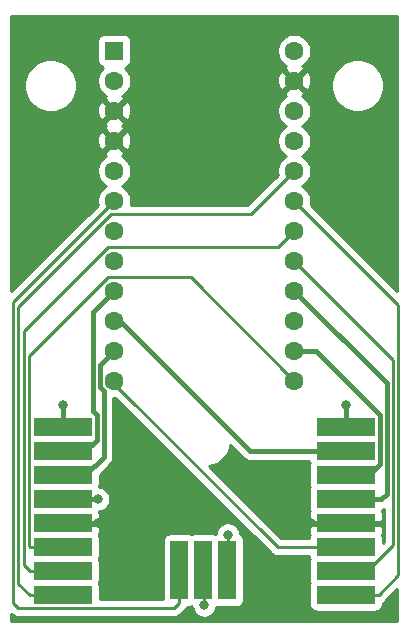
<source format=gbr>
%TF.GenerationSoftware,KiCad,Pcbnew,(5.1.10)-1*%
%TF.CreationDate,2022-02-27T18:22:25-05:00*%
%TF.ProjectId,chunair_core,6368756e-6169-4725-9f63-6f72652e6b69,rev?*%
%TF.SameCoordinates,Original*%
%TF.FileFunction,Copper,L1,Top*%
%TF.FilePolarity,Positive*%
%FSLAX46Y46*%
G04 Gerber Fmt 4.6, Leading zero omitted, Abs format (unit mm)*
G04 Created by KiCad (PCBNEW (5.1.10)-1) date 2022-02-27 18:22:25*
%MOMM*%
%LPD*%
G01*
G04 APERTURE LIST*
%TA.AperFunction,ComponentPad*%
%ADD10C,1.600000*%
%TD*%
%TA.AperFunction,ComponentPad*%
%ADD11R,1.600000X1.600000*%
%TD*%
%TA.AperFunction,SMDPad,CuDef*%
%ADD12R,1.500000X5.000000*%
%TD*%
%TA.AperFunction,SMDPad,CuDef*%
%ADD13R,5.000000X1.500000*%
%TD*%
%TA.AperFunction,ViaPad*%
%ADD14C,0.800000*%
%TD*%
%TA.AperFunction,Conductor*%
%ADD15C,0.254000*%
%TD*%
%TA.AperFunction,Conductor*%
%ADD16C,0.381000*%
%TD*%
%TA.AperFunction,Conductor*%
%ADD17C,0.100000*%
%TD*%
G04 APERTURE END LIST*
D10*
%TO.P,U1,24*%
%TO.N,N/C*%
X157620000Y-51030000D03*
%TO.P,U1,23*%
%TO.N,GND*%
X157620000Y-53570000D03*
%TO.P,U1,22*%
%TO.N,N/C*%
X157620000Y-56110000D03*
%TO.P,U1,21*%
%TO.N,+5V*%
X157620000Y-58650000D03*
%TO.P,U1,20*%
%TO.N,/A3*%
X157620000Y-61190000D03*
%TO.P,U1,19*%
%TO.N,/A2*%
X157620000Y-63730000D03*
%TO.P,U1,18*%
%TO.N,/A1*%
X157620000Y-66270000D03*
%TO.P,U1,17*%
%TO.N,/A0*%
X157620000Y-68810000D03*
%TO.P,U1,16*%
%TO.N,/15*%
X157620000Y-71350000D03*
%TO.P,U1,15*%
%TO.N,/14*%
X157620000Y-73890000D03*
%TO.P,U1,14*%
%TO.N,/16*%
X157620000Y-76430000D03*
%TO.P,U1,13*%
%TO.N,/A10*%
X157620000Y-78970000D03*
%TO.P,U1,12*%
%TO.N,/A9*%
X142380000Y-78970000D03*
%TO.P,U1,11*%
%TO.N,/8*%
X142380000Y-76430000D03*
%TO.P,U1,10*%
%TO.N,/7*%
X142380000Y-73890000D03*
%TO.P,U1,9*%
%TO.N,/6*%
X142380000Y-71350000D03*
%TO.P,U1,8*%
%TO.N,/coin*%
X142380000Y-68810000D03*
%TO.P,U1,7*%
%TO.N,/RGB_R*%
X142380000Y-66270000D03*
%TO.P,U1,6*%
%TO.N,/RGB_L*%
X142380000Y-63730000D03*
%TO.P,U1,5*%
%TO.N,N/C*%
X142380000Y-61190000D03*
%TO.P,U1,4*%
%TO.N,GND*%
X142380000Y-58650000D03*
%TO.P,U1,3*%
X142380000Y-56110000D03*
%TO.P,U1,2*%
%TO.N,N/C*%
X142380000Y-53570000D03*
D11*
%TO.P,U1,1*%
X142380000Y-51030000D03*
%TD*%
D12*
%TO.P,J3,2*%
%TO.N,/RGB_R*%
X149936000Y-95000000D03*
%TO.P,J3,3*%
%TO.N,/coin*%
X151968000Y-95000000D03*
%TO.P,J3,1*%
%TO.N,/RGB_L*%
X147904000Y-95000000D03*
%TD*%
D13*
%TO.P,J2,8*%
%TO.N,/A2*%
X162000000Y-97128000D03*
%TO.P,J2,7*%
%TO.N,/A0*%
X162000000Y-95096000D03*
%TO.P,J2,4*%
%TO.N,/15*%
X162000000Y-89000000D03*
%TO.P,J2,5*%
%TO.N,GND*%
X162000000Y-91032000D03*
%TO.P,J2,6*%
%TO.N,/A9*%
X162000000Y-93064000D03*
%TO.P,J2,2*%
%TO.N,/7*%
X162000000Y-84936000D03*
%TO.P,J2,3*%
%TO.N,/16*%
X162000000Y-86968000D03*
%TO.P,J2,1*%
%TO.N,+5V*%
X162000000Y-82904000D03*
%TD*%
%TO.P,J1,8*%
%TO.N,/A3*%
X138000000Y-97128000D03*
%TO.P,J1,7*%
%TO.N,/A1*%
X138000000Y-95096000D03*
%TO.P,J1,4*%
%TO.N,/14*%
X138000000Y-89000000D03*
%TO.P,J1,5*%
%TO.N,GND*%
X138000000Y-91032000D03*
%TO.P,J1,6*%
%TO.N,/A10*%
X138000000Y-93064000D03*
%TO.P,J1,2*%
%TO.N,/6*%
X138000000Y-84936000D03*
%TO.P,J1,3*%
%TO.N,/8*%
X138000000Y-86968000D03*
%TO.P,J1,1*%
%TO.N,+5V*%
X138000000Y-82904000D03*
%TD*%
D14*
%TO.N,/14*%
X141000000Y-89000000D03*
%TO.N,GND*%
X141000000Y-91000000D03*
X159000000Y-91000000D03*
%TO.N,+5V*%
X138000000Y-81000000D03*
X162000000Y-81000000D03*
%TO.N,/RGB_R*%
X150000000Y-98000000D03*
%TO.N,/coin*%
X152000000Y-92000000D03*
%TD*%
D15*
%TO.N,/A3*%
X153952999Y-64857001D02*
X157620000Y-61190000D01*
X142142999Y-64857001D02*
X153952999Y-64857001D01*
X134264979Y-72735021D02*
X142142999Y-64857001D01*
X134264979Y-96146979D02*
X134264979Y-72735021D01*
X135246000Y-97128000D02*
X134264979Y-96146979D01*
X138000000Y-97128000D02*
X135246000Y-97128000D01*
%TO.N,/A1*%
X156207001Y-67682999D02*
X157620000Y-66270000D01*
X141839039Y-67682999D02*
X156207001Y-67682999D01*
X134718989Y-74803049D02*
X141839039Y-67682999D01*
X134718989Y-94568989D02*
X134718989Y-74803049D01*
X135246000Y-95096000D02*
X134718989Y-94568989D01*
X138000000Y-95096000D02*
X135246000Y-95096000D01*
D16*
%TO.N,/14*%
X141000000Y-89000000D02*
X138000000Y-89000000D01*
%TO.N,GND*%
X140968000Y-91032000D02*
X141000000Y-91000000D01*
X138000000Y-91032000D02*
X140968000Y-91032000D01*
X161968000Y-91000000D02*
X162000000Y-91032000D01*
X159000000Y-91000000D02*
X161968000Y-91000000D01*
D15*
%TO.N,/A10*%
X148872999Y-70222999D02*
X157620000Y-78970000D01*
X135172999Y-76889039D02*
X141839039Y-70222999D01*
X141839039Y-70222999D02*
X148872999Y-70222999D01*
X135172999Y-92990999D02*
X135172999Y-76889039D01*
X135246000Y-93064000D02*
X135172999Y-92990999D01*
X138000000Y-93064000D02*
X135246000Y-93064000D01*
D16*
%TO.N,/6*%
X140608490Y-73121510D02*
X142380000Y-71350000D01*
X140608490Y-81559588D02*
X140608490Y-73121510D01*
X140890501Y-81841599D02*
X140608490Y-81559588D01*
X140890501Y-83966401D02*
X140890501Y-81841599D01*
X139920902Y-84936000D02*
X140890501Y-83966401D01*
X138000000Y-84936000D02*
X139920902Y-84936000D01*
%TO.N,/8*%
X141189499Y-77620501D02*
X142380000Y-76430000D01*
X141189499Y-79541441D02*
X141189499Y-77620501D01*
X141471511Y-79823453D02*
X141189499Y-79541441D01*
X141471511Y-85417391D02*
X141471511Y-79823453D01*
X139920902Y-86968000D02*
X141471511Y-85417391D01*
X138000000Y-86968000D02*
X139920902Y-86968000D01*
%TO.N,+5V*%
X138000000Y-82904000D02*
X138000000Y-81000000D01*
X162000000Y-81000000D02*
X162000000Y-82904000D01*
D15*
%TO.N,/A2*%
X166443030Y-72553030D02*
X157620000Y-63730000D01*
X166443030Y-95438970D02*
X166443030Y-72553030D01*
X164754000Y-97128000D02*
X166443030Y-95438970D01*
X162000000Y-97128000D02*
X164754000Y-97128000D01*
%TO.N,/A0*%
X165989020Y-77179020D02*
X157620000Y-68810000D01*
X165989020Y-92913582D02*
X165989020Y-77179020D01*
X163806602Y-95096000D02*
X165989020Y-92913582D01*
X162000000Y-95096000D02*
X163806602Y-95096000D01*
D16*
%TO.N,/15*%
X165471510Y-79201510D02*
X157620000Y-71350000D01*
X165471510Y-88528490D02*
X165471510Y-79201510D01*
X165000000Y-89000000D02*
X165471510Y-88528490D01*
X162000000Y-89000000D02*
X165000000Y-89000000D01*
D15*
%TO.N,/A9*%
X142380000Y-79231962D02*
X142380000Y-78970000D01*
X156212038Y-93064000D02*
X142380000Y-79231962D01*
X162000000Y-93064000D02*
X156212038Y-93064000D01*
D16*
%TO.N,/7*%
X142835942Y-73890000D02*
X142380000Y-73890000D01*
X153881942Y-84936000D02*
X142835942Y-73890000D01*
X162000000Y-84936000D02*
X153881942Y-84936000D01*
%TO.N,/16*%
X159478902Y-76430000D02*
X157620000Y-76430000D01*
X164890501Y-81841599D02*
X159478902Y-76430000D01*
X164890501Y-85998401D02*
X164890501Y-81841599D01*
X163920902Y-86968000D02*
X164890501Y-85998401D01*
X162000000Y-86968000D02*
X163920902Y-86968000D01*
D15*
%TO.N,/RGB_R*%
X150000000Y-95064000D02*
X149936000Y-95000000D01*
X150000000Y-98000000D02*
X150000000Y-95064000D01*
%TO.N,/coin*%
X152000000Y-94968000D02*
X151968000Y-95000000D01*
X152000000Y-92000000D02*
X152000000Y-94968000D01*
%TO.N,/RGB_L*%
X133810969Y-72299031D02*
X142380000Y-63730000D01*
X133810969Y-97810969D02*
X133810969Y-72299031D01*
X134205001Y-98205001D02*
X133810969Y-97810969D01*
X147452999Y-98205001D02*
X134205001Y-98205001D01*
X147904000Y-97754000D02*
X147452999Y-98205001D01*
X147904000Y-95000000D02*
X147904000Y-97754000D01*
%TD*%
%TO.N,GND*%
X155646759Y-93576352D02*
X155670616Y-93605422D01*
X155699686Y-93629279D01*
X155786645Y-93700645D01*
X155823208Y-93720188D01*
X155919023Y-93771402D01*
X156062660Y-93814974D01*
X156174612Y-93826000D01*
X156174615Y-93826000D01*
X156212038Y-93829686D01*
X156249461Y-93826000D01*
X158863110Y-93826000D01*
X158874188Y-93938482D01*
X158910498Y-94058180D01*
X158922161Y-94080000D01*
X158910498Y-94101820D01*
X158874188Y-94221518D01*
X158861928Y-94346000D01*
X158861928Y-95846000D01*
X158874188Y-95970482D01*
X158910498Y-96090180D01*
X158922161Y-96112000D01*
X158910498Y-96133820D01*
X158874188Y-96253518D01*
X158861928Y-96378000D01*
X158861928Y-97878000D01*
X158874188Y-98002482D01*
X158910498Y-98122180D01*
X158969463Y-98232494D01*
X159048815Y-98329185D01*
X159145506Y-98408537D01*
X159255820Y-98467502D01*
X159375518Y-98503812D01*
X159500000Y-98516072D01*
X164500000Y-98516072D01*
X164624482Y-98503812D01*
X164744180Y-98467502D01*
X164854494Y-98408537D01*
X164951185Y-98329185D01*
X165030537Y-98232494D01*
X165089502Y-98122180D01*
X165125812Y-98002482D01*
X165138072Y-97878000D01*
X165138072Y-97786731D01*
X165179392Y-97764645D01*
X165295422Y-97669422D01*
X165319284Y-97640346D01*
X166340000Y-96619631D01*
X166340000Y-99340000D01*
X133660000Y-99340000D01*
X133660000Y-98742062D01*
X133663579Y-98746423D01*
X133779609Y-98841646D01*
X133911986Y-98912403D01*
X134055623Y-98955975D01*
X134167575Y-98967001D01*
X134167577Y-98967001D01*
X134205000Y-98970687D01*
X134242423Y-98967001D01*
X147415576Y-98967001D01*
X147452999Y-98970687D01*
X147490422Y-98967001D01*
X147490425Y-98967001D01*
X147602377Y-98955975D01*
X147746014Y-98912403D01*
X147878391Y-98841646D01*
X147994421Y-98746423D01*
X148018283Y-98717347D01*
X148416341Y-98319288D01*
X148445422Y-98295422D01*
X148519629Y-98205000D01*
X148540645Y-98179393D01*
X148562731Y-98138072D01*
X148654000Y-98138072D01*
X148778482Y-98125812D01*
X148898180Y-98089502D01*
X148920000Y-98077839D01*
X148941820Y-98089502D01*
X148965000Y-98096534D01*
X148965000Y-98101939D01*
X149004774Y-98301898D01*
X149082795Y-98490256D01*
X149196063Y-98659774D01*
X149340226Y-98803937D01*
X149509744Y-98917205D01*
X149698102Y-98995226D01*
X149898061Y-99035000D01*
X150101939Y-99035000D01*
X150301898Y-98995226D01*
X150490256Y-98917205D01*
X150659774Y-98803937D01*
X150803937Y-98659774D01*
X150917205Y-98490256D01*
X150995226Y-98301898D01*
X151033852Y-98107712D01*
X151093518Y-98125812D01*
X151218000Y-98138072D01*
X152718000Y-98138072D01*
X152842482Y-98125812D01*
X152962180Y-98089502D01*
X153072494Y-98030537D01*
X153169185Y-97951185D01*
X153248537Y-97854494D01*
X153307502Y-97744180D01*
X153343812Y-97624482D01*
X153356072Y-97500000D01*
X153356072Y-92500000D01*
X153343812Y-92375518D01*
X153307502Y-92255820D01*
X153248537Y-92145506D01*
X153169185Y-92048815D01*
X153072494Y-91969463D01*
X153035000Y-91949422D01*
X153035000Y-91898061D01*
X152995226Y-91698102D01*
X152917205Y-91509744D01*
X152803937Y-91340226D01*
X152659774Y-91196063D01*
X152490256Y-91082795D01*
X152301898Y-91004774D01*
X152101939Y-90965000D01*
X151898061Y-90965000D01*
X151698102Y-91004774D01*
X151509744Y-91082795D01*
X151340226Y-91196063D01*
X151196063Y-91340226D01*
X151082795Y-91509744D01*
X151004774Y-91698102D01*
X150965000Y-91898061D01*
X150965000Y-91915212D01*
X150952000Y-91922161D01*
X150930180Y-91910498D01*
X150810482Y-91874188D01*
X150686000Y-91861928D01*
X149186000Y-91861928D01*
X149061518Y-91874188D01*
X148941820Y-91910498D01*
X148920000Y-91922161D01*
X148898180Y-91910498D01*
X148778482Y-91874188D01*
X148654000Y-91861928D01*
X147154000Y-91861928D01*
X147029518Y-91874188D01*
X146909820Y-91910498D01*
X146799506Y-91969463D01*
X146702815Y-92048815D01*
X146623463Y-92145506D01*
X146564498Y-92255820D01*
X146528188Y-92375518D01*
X146515928Y-92500000D01*
X146515928Y-97443001D01*
X141138072Y-97443001D01*
X141138072Y-96378000D01*
X141125812Y-96253518D01*
X141089502Y-96133820D01*
X141077839Y-96112000D01*
X141089502Y-96090180D01*
X141125812Y-95970482D01*
X141138072Y-95846000D01*
X141138072Y-94346000D01*
X141125812Y-94221518D01*
X141089502Y-94101820D01*
X141077839Y-94080000D01*
X141089502Y-94058180D01*
X141125812Y-93938482D01*
X141138072Y-93814000D01*
X141138072Y-92314000D01*
X141125812Y-92189518D01*
X141089502Y-92069820D01*
X141077839Y-92048000D01*
X141089502Y-92026180D01*
X141125812Y-91906482D01*
X141138072Y-91782000D01*
X141135000Y-91317750D01*
X140976250Y-91159000D01*
X138127000Y-91159000D01*
X138127000Y-91179000D01*
X137873000Y-91179000D01*
X137873000Y-91159000D01*
X137853000Y-91159000D01*
X137853000Y-90905000D01*
X137873000Y-90905000D01*
X137873000Y-90885000D01*
X138127000Y-90885000D01*
X138127000Y-90905000D01*
X140976250Y-90905000D01*
X141135000Y-90746250D01*
X141138072Y-90282000D01*
X141125812Y-90157518D01*
X141089502Y-90037820D01*
X141087995Y-90035000D01*
X141101939Y-90035000D01*
X141301898Y-89995226D01*
X141490256Y-89917205D01*
X141659774Y-89803937D01*
X141803937Y-89659774D01*
X141917205Y-89490256D01*
X141995226Y-89301898D01*
X142035000Y-89101939D01*
X142035000Y-88898061D01*
X141995226Y-88698102D01*
X141917205Y-88509744D01*
X141803937Y-88340226D01*
X141659774Y-88196063D01*
X141490256Y-88082795D01*
X141301898Y-88004774D01*
X141101939Y-87965000D01*
X141087995Y-87965000D01*
X141089502Y-87962180D01*
X141125812Y-87842482D01*
X141138072Y-87718000D01*
X141138072Y-86918262D01*
X142026552Y-86029783D01*
X142058052Y-86003932D01*
X142110688Y-85939795D01*
X142161210Y-85878234D01*
X142197424Y-85810482D01*
X142237864Y-85734825D01*
X142285067Y-85579217D01*
X142297011Y-85457944D01*
X142297011Y-85457942D01*
X142301005Y-85417392D01*
X142297011Y-85376841D01*
X142297011Y-80405000D01*
X142475408Y-80405000D01*
X155646759Y-93576352D01*
%TA.AperFunction,Conductor*%
D17*
G36*
X155646759Y-93576352D02*
G01*
X155670616Y-93605422D01*
X155699686Y-93629279D01*
X155786645Y-93700645D01*
X155823208Y-93720188D01*
X155919023Y-93771402D01*
X156062660Y-93814974D01*
X156174612Y-93826000D01*
X156174615Y-93826000D01*
X156212038Y-93829686D01*
X156249461Y-93826000D01*
X158863110Y-93826000D01*
X158874188Y-93938482D01*
X158910498Y-94058180D01*
X158922161Y-94080000D01*
X158910498Y-94101820D01*
X158874188Y-94221518D01*
X158861928Y-94346000D01*
X158861928Y-95846000D01*
X158874188Y-95970482D01*
X158910498Y-96090180D01*
X158922161Y-96112000D01*
X158910498Y-96133820D01*
X158874188Y-96253518D01*
X158861928Y-96378000D01*
X158861928Y-97878000D01*
X158874188Y-98002482D01*
X158910498Y-98122180D01*
X158969463Y-98232494D01*
X159048815Y-98329185D01*
X159145506Y-98408537D01*
X159255820Y-98467502D01*
X159375518Y-98503812D01*
X159500000Y-98516072D01*
X164500000Y-98516072D01*
X164624482Y-98503812D01*
X164744180Y-98467502D01*
X164854494Y-98408537D01*
X164951185Y-98329185D01*
X165030537Y-98232494D01*
X165089502Y-98122180D01*
X165125812Y-98002482D01*
X165138072Y-97878000D01*
X165138072Y-97786731D01*
X165179392Y-97764645D01*
X165295422Y-97669422D01*
X165319284Y-97640346D01*
X166340000Y-96619631D01*
X166340000Y-99340000D01*
X133660000Y-99340000D01*
X133660000Y-98742062D01*
X133663579Y-98746423D01*
X133779609Y-98841646D01*
X133911986Y-98912403D01*
X134055623Y-98955975D01*
X134167575Y-98967001D01*
X134167577Y-98967001D01*
X134205000Y-98970687D01*
X134242423Y-98967001D01*
X147415576Y-98967001D01*
X147452999Y-98970687D01*
X147490422Y-98967001D01*
X147490425Y-98967001D01*
X147602377Y-98955975D01*
X147746014Y-98912403D01*
X147878391Y-98841646D01*
X147994421Y-98746423D01*
X148018283Y-98717347D01*
X148416341Y-98319288D01*
X148445422Y-98295422D01*
X148519629Y-98205000D01*
X148540645Y-98179393D01*
X148562731Y-98138072D01*
X148654000Y-98138072D01*
X148778482Y-98125812D01*
X148898180Y-98089502D01*
X148920000Y-98077839D01*
X148941820Y-98089502D01*
X148965000Y-98096534D01*
X148965000Y-98101939D01*
X149004774Y-98301898D01*
X149082795Y-98490256D01*
X149196063Y-98659774D01*
X149340226Y-98803937D01*
X149509744Y-98917205D01*
X149698102Y-98995226D01*
X149898061Y-99035000D01*
X150101939Y-99035000D01*
X150301898Y-98995226D01*
X150490256Y-98917205D01*
X150659774Y-98803937D01*
X150803937Y-98659774D01*
X150917205Y-98490256D01*
X150995226Y-98301898D01*
X151033852Y-98107712D01*
X151093518Y-98125812D01*
X151218000Y-98138072D01*
X152718000Y-98138072D01*
X152842482Y-98125812D01*
X152962180Y-98089502D01*
X153072494Y-98030537D01*
X153169185Y-97951185D01*
X153248537Y-97854494D01*
X153307502Y-97744180D01*
X153343812Y-97624482D01*
X153356072Y-97500000D01*
X153356072Y-92500000D01*
X153343812Y-92375518D01*
X153307502Y-92255820D01*
X153248537Y-92145506D01*
X153169185Y-92048815D01*
X153072494Y-91969463D01*
X153035000Y-91949422D01*
X153035000Y-91898061D01*
X152995226Y-91698102D01*
X152917205Y-91509744D01*
X152803937Y-91340226D01*
X152659774Y-91196063D01*
X152490256Y-91082795D01*
X152301898Y-91004774D01*
X152101939Y-90965000D01*
X151898061Y-90965000D01*
X151698102Y-91004774D01*
X151509744Y-91082795D01*
X151340226Y-91196063D01*
X151196063Y-91340226D01*
X151082795Y-91509744D01*
X151004774Y-91698102D01*
X150965000Y-91898061D01*
X150965000Y-91915212D01*
X150952000Y-91922161D01*
X150930180Y-91910498D01*
X150810482Y-91874188D01*
X150686000Y-91861928D01*
X149186000Y-91861928D01*
X149061518Y-91874188D01*
X148941820Y-91910498D01*
X148920000Y-91922161D01*
X148898180Y-91910498D01*
X148778482Y-91874188D01*
X148654000Y-91861928D01*
X147154000Y-91861928D01*
X147029518Y-91874188D01*
X146909820Y-91910498D01*
X146799506Y-91969463D01*
X146702815Y-92048815D01*
X146623463Y-92145506D01*
X146564498Y-92255820D01*
X146528188Y-92375518D01*
X146515928Y-92500000D01*
X146515928Y-97443001D01*
X141138072Y-97443001D01*
X141138072Y-96378000D01*
X141125812Y-96253518D01*
X141089502Y-96133820D01*
X141077839Y-96112000D01*
X141089502Y-96090180D01*
X141125812Y-95970482D01*
X141138072Y-95846000D01*
X141138072Y-94346000D01*
X141125812Y-94221518D01*
X141089502Y-94101820D01*
X141077839Y-94080000D01*
X141089502Y-94058180D01*
X141125812Y-93938482D01*
X141138072Y-93814000D01*
X141138072Y-92314000D01*
X141125812Y-92189518D01*
X141089502Y-92069820D01*
X141077839Y-92048000D01*
X141089502Y-92026180D01*
X141125812Y-91906482D01*
X141138072Y-91782000D01*
X141135000Y-91317750D01*
X140976250Y-91159000D01*
X138127000Y-91159000D01*
X138127000Y-91179000D01*
X137873000Y-91179000D01*
X137873000Y-91159000D01*
X137853000Y-91159000D01*
X137853000Y-90905000D01*
X137873000Y-90905000D01*
X137873000Y-90885000D01*
X138127000Y-90885000D01*
X138127000Y-90905000D01*
X140976250Y-90905000D01*
X141135000Y-90746250D01*
X141138072Y-90282000D01*
X141125812Y-90157518D01*
X141089502Y-90037820D01*
X141087995Y-90035000D01*
X141101939Y-90035000D01*
X141301898Y-89995226D01*
X141490256Y-89917205D01*
X141659774Y-89803937D01*
X141803937Y-89659774D01*
X141917205Y-89490256D01*
X141995226Y-89301898D01*
X142035000Y-89101939D01*
X142035000Y-88898061D01*
X141995226Y-88698102D01*
X141917205Y-88509744D01*
X141803937Y-88340226D01*
X141659774Y-88196063D01*
X141490256Y-88082795D01*
X141301898Y-88004774D01*
X141101939Y-87965000D01*
X141087995Y-87965000D01*
X141089502Y-87962180D01*
X141125812Y-87842482D01*
X141138072Y-87718000D01*
X141138072Y-86918262D01*
X142026552Y-86029783D01*
X142058052Y-86003932D01*
X142110688Y-85939795D01*
X142161210Y-85878234D01*
X142197424Y-85810482D01*
X142237864Y-85734825D01*
X142285067Y-85579217D01*
X142297011Y-85457944D01*
X142297011Y-85457942D01*
X142301005Y-85417392D01*
X142297011Y-85376841D01*
X142297011Y-80405000D01*
X142475408Y-80405000D01*
X155646759Y-93576352D01*
G37*
%TD.AperFunction*%
D15*
X153269549Y-85491040D02*
X153295401Y-85522541D01*
X153359538Y-85575177D01*
X153421099Y-85625699D01*
X153524500Y-85680968D01*
X153564508Y-85702353D01*
X153720116Y-85749556D01*
X153841389Y-85761500D01*
X153841391Y-85761500D01*
X153881941Y-85765494D01*
X153922492Y-85761500D01*
X158869364Y-85761500D01*
X158874188Y-85810482D01*
X158910498Y-85930180D01*
X158922161Y-85952000D01*
X158910498Y-85973820D01*
X158874188Y-86093518D01*
X158861928Y-86218000D01*
X158861928Y-87718000D01*
X158874188Y-87842482D01*
X158910498Y-87962180D01*
X158922161Y-87984000D01*
X158910498Y-88005820D01*
X158874188Y-88125518D01*
X158861928Y-88250000D01*
X158861928Y-89750000D01*
X158874188Y-89874482D01*
X158910498Y-89994180D01*
X158922161Y-90016000D01*
X158910498Y-90037820D01*
X158874188Y-90157518D01*
X158861928Y-90282000D01*
X158865000Y-90746250D01*
X159023750Y-90905000D01*
X161873000Y-90905000D01*
X161873000Y-90885000D01*
X162127000Y-90885000D01*
X162127000Y-90905000D01*
X164976250Y-90905000D01*
X165135000Y-90746250D01*
X165138072Y-90282000D01*
X165125812Y-90157518D01*
X165089502Y-90037820D01*
X165077839Y-90016000D01*
X165089502Y-89994180D01*
X165125812Y-89874482D01*
X165131519Y-89816541D01*
X165161826Y-89813556D01*
X165227020Y-89793780D01*
X165227020Y-92597951D01*
X165138072Y-92686899D01*
X165138072Y-92314000D01*
X165125812Y-92189518D01*
X165089502Y-92069820D01*
X165077839Y-92048000D01*
X165089502Y-92026180D01*
X165125812Y-91906482D01*
X165138072Y-91782000D01*
X165135000Y-91317750D01*
X164976250Y-91159000D01*
X162127000Y-91159000D01*
X162127000Y-91179000D01*
X161873000Y-91179000D01*
X161873000Y-91159000D01*
X159023750Y-91159000D01*
X158865000Y-91317750D01*
X158861928Y-91782000D01*
X158874188Y-91906482D01*
X158910498Y-92026180D01*
X158922161Y-92048000D01*
X158910498Y-92069820D01*
X158874188Y-92189518D01*
X158863110Y-92302000D01*
X156527669Y-92302000D01*
X150420760Y-86195092D01*
X150651925Y-86149110D01*
X151058669Y-85980631D01*
X151424729Y-85736038D01*
X151736038Y-85424729D01*
X151980631Y-85058669D01*
X152149110Y-84651925D01*
X152195785Y-84417276D01*
X153269549Y-85491040D01*
%TA.AperFunction,Conductor*%
D17*
G36*
X153269549Y-85491040D02*
G01*
X153295401Y-85522541D01*
X153359538Y-85575177D01*
X153421099Y-85625699D01*
X153524500Y-85680968D01*
X153564508Y-85702353D01*
X153720116Y-85749556D01*
X153841389Y-85761500D01*
X153841391Y-85761500D01*
X153881941Y-85765494D01*
X153922492Y-85761500D01*
X158869364Y-85761500D01*
X158874188Y-85810482D01*
X158910498Y-85930180D01*
X158922161Y-85952000D01*
X158910498Y-85973820D01*
X158874188Y-86093518D01*
X158861928Y-86218000D01*
X158861928Y-87718000D01*
X158874188Y-87842482D01*
X158910498Y-87962180D01*
X158922161Y-87984000D01*
X158910498Y-88005820D01*
X158874188Y-88125518D01*
X158861928Y-88250000D01*
X158861928Y-89750000D01*
X158874188Y-89874482D01*
X158910498Y-89994180D01*
X158922161Y-90016000D01*
X158910498Y-90037820D01*
X158874188Y-90157518D01*
X158861928Y-90282000D01*
X158865000Y-90746250D01*
X159023750Y-90905000D01*
X161873000Y-90905000D01*
X161873000Y-90885000D01*
X162127000Y-90885000D01*
X162127000Y-90905000D01*
X164976250Y-90905000D01*
X165135000Y-90746250D01*
X165138072Y-90282000D01*
X165125812Y-90157518D01*
X165089502Y-90037820D01*
X165077839Y-90016000D01*
X165089502Y-89994180D01*
X165125812Y-89874482D01*
X165131519Y-89816541D01*
X165161826Y-89813556D01*
X165227020Y-89793780D01*
X165227020Y-92597951D01*
X165138072Y-92686899D01*
X165138072Y-92314000D01*
X165125812Y-92189518D01*
X165089502Y-92069820D01*
X165077839Y-92048000D01*
X165089502Y-92026180D01*
X165125812Y-91906482D01*
X165138072Y-91782000D01*
X165135000Y-91317750D01*
X164976250Y-91159000D01*
X162127000Y-91159000D01*
X162127000Y-91179000D01*
X161873000Y-91179000D01*
X161873000Y-91159000D01*
X159023750Y-91159000D01*
X158865000Y-91317750D01*
X158861928Y-91782000D01*
X158874188Y-91906482D01*
X158910498Y-92026180D01*
X158922161Y-92048000D01*
X158910498Y-92069820D01*
X158874188Y-92189518D01*
X158863110Y-92302000D01*
X156527669Y-92302000D01*
X150420760Y-86195092D01*
X150651925Y-86149110D01*
X151058669Y-85980631D01*
X151424729Y-85736038D01*
X151736038Y-85424729D01*
X151980631Y-85058669D01*
X152149110Y-84651925D01*
X152195785Y-84417276D01*
X153269549Y-85491040D01*
G37*
%TD.AperFunction*%
D15*
X166340001Y-71372371D02*
X159019157Y-64051527D01*
X159055000Y-63871335D01*
X159055000Y-63588665D01*
X158999853Y-63311426D01*
X158891680Y-63050273D01*
X158734637Y-62815241D01*
X158534759Y-62615363D01*
X158302241Y-62460000D01*
X158534759Y-62304637D01*
X158734637Y-62104759D01*
X158891680Y-61869727D01*
X158999853Y-61608574D01*
X159055000Y-61331335D01*
X159055000Y-61048665D01*
X158999853Y-60771426D01*
X158891680Y-60510273D01*
X158734637Y-60275241D01*
X158534759Y-60075363D01*
X158302241Y-59920000D01*
X158534759Y-59764637D01*
X158734637Y-59564759D01*
X158891680Y-59329727D01*
X158999853Y-59068574D01*
X159055000Y-58791335D01*
X159055000Y-58508665D01*
X158999853Y-58231426D01*
X158891680Y-57970273D01*
X158734637Y-57735241D01*
X158534759Y-57535363D01*
X158302241Y-57380000D01*
X158534759Y-57224637D01*
X158734637Y-57024759D01*
X158891680Y-56789727D01*
X158999853Y-56528574D01*
X159055000Y-56251335D01*
X159055000Y-55968665D01*
X158999853Y-55691426D01*
X158891680Y-55430273D01*
X158734637Y-55195241D01*
X158534759Y-54995363D01*
X158300872Y-54839085D01*
X158361514Y-54806671D01*
X158433097Y-54562702D01*
X157620000Y-53749605D01*
X156806903Y-54562702D01*
X156878486Y-54806671D01*
X156942992Y-54837194D01*
X156940273Y-54838320D01*
X156705241Y-54995363D01*
X156505363Y-55195241D01*
X156348320Y-55430273D01*
X156240147Y-55691426D01*
X156185000Y-55968665D01*
X156185000Y-56251335D01*
X156240147Y-56528574D01*
X156348320Y-56789727D01*
X156505363Y-57024759D01*
X156705241Y-57224637D01*
X156937759Y-57380000D01*
X156705241Y-57535363D01*
X156505363Y-57735241D01*
X156348320Y-57970273D01*
X156240147Y-58231426D01*
X156185000Y-58508665D01*
X156185000Y-58791335D01*
X156240147Y-59068574D01*
X156348320Y-59329727D01*
X156505363Y-59564759D01*
X156705241Y-59764637D01*
X156937759Y-59920000D01*
X156705241Y-60075363D01*
X156505363Y-60275241D01*
X156348320Y-60510273D01*
X156240147Y-60771426D01*
X156185000Y-61048665D01*
X156185000Y-61331335D01*
X156220843Y-61511527D01*
X153637369Y-64095001D01*
X143770509Y-64095001D01*
X143815000Y-63871335D01*
X143815000Y-63588665D01*
X143759853Y-63311426D01*
X143651680Y-63050273D01*
X143494637Y-62815241D01*
X143294759Y-62615363D01*
X143062241Y-62460000D01*
X143294759Y-62304637D01*
X143494637Y-62104759D01*
X143651680Y-61869727D01*
X143759853Y-61608574D01*
X143815000Y-61331335D01*
X143815000Y-61048665D01*
X143759853Y-60771426D01*
X143651680Y-60510273D01*
X143494637Y-60275241D01*
X143294759Y-60075363D01*
X143060872Y-59919085D01*
X143121514Y-59886671D01*
X143193097Y-59642702D01*
X142380000Y-58829605D01*
X141566903Y-59642702D01*
X141638486Y-59886671D01*
X141702992Y-59917194D01*
X141700273Y-59918320D01*
X141465241Y-60075363D01*
X141265363Y-60275241D01*
X141108320Y-60510273D01*
X141000147Y-60771426D01*
X140945000Y-61048665D01*
X140945000Y-61331335D01*
X141000147Y-61608574D01*
X141108320Y-61869727D01*
X141265363Y-62104759D01*
X141465241Y-62304637D01*
X141697759Y-62460000D01*
X141465241Y-62615363D01*
X141265363Y-62815241D01*
X141108320Y-63050273D01*
X141000147Y-63311426D01*
X140945000Y-63588665D01*
X140945000Y-63871335D01*
X140980843Y-64051526D01*
X133660000Y-71372370D01*
X133660000Y-58720512D01*
X140939783Y-58720512D01*
X140981213Y-59000130D01*
X141076397Y-59266292D01*
X141143329Y-59391514D01*
X141387298Y-59463097D01*
X142200395Y-58650000D01*
X142559605Y-58650000D01*
X143372702Y-59463097D01*
X143616671Y-59391514D01*
X143737571Y-59136004D01*
X143806300Y-58861816D01*
X143820217Y-58579488D01*
X143778787Y-58299870D01*
X143683603Y-58033708D01*
X143616671Y-57908486D01*
X143372702Y-57836903D01*
X142559605Y-58650000D01*
X142200395Y-58650000D01*
X141387298Y-57836903D01*
X141143329Y-57908486D01*
X141022429Y-58163996D01*
X140953700Y-58438184D01*
X140939783Y-58720512D01*
X133660000Y-58720512D01*
X133660000Y-57102702D01*
X141566903Y-57102702D01*
X141638486Y-57346671D01*
X141704636Y-57377971D01*
X141638486Y-57413329D01*
X141566903Y-57657298D01*
X142380000Y-58470395D01*
X143193097Y-57657298D01*
X143121514Y-57413329D01*
X143055364Y-57382029D01*
X143121514Y-57346671D01*
X143193097Y-57102702D01*
X142380000Y-56289605D01*
X141566903Y-57102702D01*
X133660000Y-57102702D01*
X133660000Y-53779872D01*
X134765000Y-53779872D01*
X134765000Y-54220128D01*
X134850890Y-54651925D01*
X135019369Y-55058669D01*
X135263962Y-55424729D01*
X135575271Y-55736038D01*
X135941331Y-55980631D01*
X136348075Y-56149110D01*
X136779872Y-56235000D01*
X137220128Y-56235000D01*
X137494056Y-56180512D01*
X140939783Y-56180512D01*
X140981213Y-56460130D01*
X141076397Y-56726292D01*
X141143329Y-56851514D01*
X141387298Y-56923097D01*
X142200395Y-56110000D01*
X142559605Y-56110000D01*
X143372702Y-56923097D01*
X143616671Y-56851514D01*
X143737571Y-56596004D01*
X143806300Y-56321816D01*
X143820217Y-56039488D01*
X143778787Y-55759870D01*
X143683603Y-55493708D01*
X143616671Y-55368486D01*
X143372702Y-55296903D01*
X142559605Y-56110000D01*
X142200395Y-56110000D01*
X141387298Y-55296903D01*
X141143329Y-55368486D01*
X141022429Y-55623996D01*
X140953700Y-55898184D01*
X140939783Y-56180512D01*
X137494056Y-56180512D01*
X137651925Y-56149110D01*
X138058669Y-55980631D01*
X138424729Y-55736038D01*
X138736038Y-55424729D01*
X138980631Y-55058669D01*
X139149110Y-54651925D01*
X139235000Y-54220128D01*
X139235000Y-53779872D01*
X139149110Y-53348075D01*
X138980631Y-52941331D01*
X138736038Y-52575271D01*
X138424729Y-52263962D01*
X138058669Y-52019369D01*
X137651925Y-51850890D01*
X137220128Y-51765000D01*
X136779872Y-51765000D01*
X136348075Y-51850890D01*
X135941331Y-52019369D01*
X135575271Y-52263962D01*
X135263962Y-52575271D01*
X135019369Y-52941331D01*
X134850890Y-53348075D01*
X134765000Y-53779872D01*
X133660000Y-53779872D01*
X133660000Y-50230000D01*
X140941928Y-50230000D01*
X140941928Y-51830000D01*
X140954188Y-51954482D01*
X140990498Y-52074180D01*
X141049463Y-52184494D01*
X141128815Y-52281185D01*
X141225506Y-52360537D01*
X141335820Y-52419502D01*
X141455518Y-52455812D01*
X141463961Y-52456643D01*
X141265363Y-52655241D01*
X141108320Y-52890273D01*
X141000147Y-53151426D01*
X140945000Y-53428665D01*
X140945000Y-53711335D01*
X141000147Y-53988574D01*
X141108320Y-54249727D01*
X141265363Y-54484759D01*
X141465241Y-54684637D01*
X141699128Y-54840915D01*
X141638486Y-54873329D01*
X141566903Y-55117298D01*
X142380000Y-55930395D01*
X143193097Y-55117298D01*
X143121514Y-54873329D01*
X143057008Y-54842806D01*
X143059727Y-54841680D01*
X143294759Y-54684637D01*
X143494637Y-54484759D01*
X143651680Y-54249727D01*
X143759853Y-53988574D01*
X143815000Y-53711335D01*
X143815000Y-53640512D01*
X156179783Y-53640512D01*
X156221213Y-53920130D01*
X156316397Y-54186292D01*
X156383329Y-54311514D01*
X156627298Y-54383097D01*
X157440395Y-53570000D01*
X157799605Y-53570000D01*
X158612702Y-54383097D01*
X158856671Y-54311514D01*
X158977571Y-54056004D01*
X159046300Y-53781816D01*
X159046395Y-53779872D01*
X160765000Y-53779872D01*
X160765000Y-54220128D01*
X160850890Y-54651925D01*
X161019369Y-55058669D01*
X161263962Y-55424729D01*
X161575271Y-55736038D01*
X161941331Y-55980631D01*
X162348075Y-56149110D01*
X162779872Y-56235000D01*
X163220128Y-56235000D01*
X163651925Y-56149110D01*
X164058669Y-55980631D01*
X164424729Y-55736038D01*
X164736038Y-55424729D01*
X164980631Y-55058669D01*
X165149110Y-54651925D01*
X165235000Y-54220128D01*
X165235000Y-53779872D01*
X165149110Y-53348075D01*
X164980631Y-52941331D01*
X164736038Y-52575271D01*
X164424729Y-52263962D01*
X164058669Y-52019369D01*
X163651925Y-51850890D01*
X163220128Y-51765000D01*
X162779872Y-51765000D01*
X162348075Y-51850890D01*
X161941331Y-52019369D01*
X161575271Y-52263962D01*
X161263962Y-52575271D01*
X161019369Y-52941331D01*
X160850890Y-53348075D01*
X160765000Y-53779872D01*
X159046395Y-53779872D01*
X159060217Y-53499488D01*
X159018787Y-53219870D01*
X158923603Y-52953708D01*
X158856671Y-52828486D01*
X158612702Y-52756903D01*
X157799605Y-53570000D01*
X157440395Y-53570000D01*
X156627298Y-52756903D01*
X156383329Y-52828486D01*
X156262429Y-53083996D01*
X156193700Y-53358184D01*
X156179783Y-53640512D01*
X143815000Y-53640512D01*
X143815000Y-53428665D01*
X143759853Y-53151426D01*
X143651680Y-52890273D01*
X143494637Y-52655241D01*
X143296039Y-52456643D01*
X143304482Y-52455812D01*
X143424180Y-52419502D01*
X143534494Y-52360537D01*
X143631185Y-52281185D01*
X143710537Y-52184494D01*
X143769502Y-52074180D01*
X143805812Y-51954482D01*
X143818072Y-51830000D01*
X143818072Y-50888665D01*
X156185000Y-50888665D01*
X156185000Y-51171335D01*
X156240147Y-51448574D01*
X156348320Y-51709727D01*
X156505363Y-51944759D01*
X156705241Y-52144637D01*
X156939128Y-52300915D01*
X156878486Y-52333329D01*
X156806903Y-52577298D01*
X157620000Y-53390395D01*
X158433097Y-52577298D01*
X158361514Y-52333329D01*
X158297008Y-52302806D01*
X158299727Y-52301680D01*
X158534759Y-52144637D01*
X158734637Y-51944759D01*
X158891680Y-51709727D01*
X158999853Y-51448574D01*
X159055000Y-51171335D01*
X159055000Y-50888665D01*
X158999853Y-50611426D01*
X158891680Y-50350273D01*
X158734637Y-50115241D01*
X158534759Y-49915363D01*
X158299727Y-49758320D01*
X158038574Y-49650147D01*
X157761335Y-49595000D01*
X157478665Y-49595000D01*
X157201426Y-49650147D01*
X156940273Y-49758320D01*
X156705241Y-49915363D01*
X156505363Y-50115241D01*
X156348320Y-50350273D01*
X156240147Y-50611426D01*
X156185000Y-50888665D01*
X143818072Y-50888665D01*
X143818072Y-50230000D01*
X143805812Y-50105518D01*
X143769502Y-49985820D01*
X143710537Y-49875506D01*
X143631185Y-49778815D01*
X143534494Y-49699463D01*
X143424180Y-49640498D01*
X143304482Y-49604188D01*
X143180000Y-49591928D01*
X141580000Y-49591928D01*
X141455518Y-49604188D01*
X141335820Y-49640498D01*
X141225506Y-49699463D01*
X141128815Y-49778815D01*
X141049463Y-49875506D01*
X140990498Y-49985820D01*
X140954188Y-50105518D01*
X140941928Y-50230000D01*
X133660000Y-50230000D01*
X133660000Y-48127000D01*
X166340001Y-48127000D01*
X166340001Y-71372371D01*
%TA.AperFunction,Conductor*%
D17*
G36*
X166340001Y-71372371D02*
G01*
X159019157Y-64051527D01*
X159055000Y-63871335D01*
X159055000Y-63588665D01*
X158999853Y-63311426D01*
X158891680Y-63050273D01*
X158734637Y-62815241D01*
X158534759Y-62615363D01*
X158302241Y-62460000D01*
X158534759Y-62304637D01*
X158734637Y-62104759D01*
X158891680Y-61869727D01*
X158999853Y-61608574D01*
X159055000Y-61331335D01*
X159055000Y-61048665D01*
X158999853Y-60771426D01*
X158891680Y-60510273D01*
X158734637Y-60275241D01*
X158534759Y-60075363D01*
X158302241Y-59920000D01*
X158534759Y-59764637D01*
X158734637Y-59564759D01*
X158891680Y-59329727D01*
X158999853Y-59068574D01*
X159055000Y-58791335D01*
X159055000Y-58508665D01*
X158999853Y-58231426D01*
X158891680Y-57970273D01*
X158734637Y-57735241D01*
X158534759Y-57535363D01*
X158302241Y-57380000D01*
X158534759Y-57224637D01*
X158734637Y-57024759D01*
X158891680Y-56789727D01*
X158999853Y-56528574D01*
X159055000Y-56251335D01*
X159055000Y-55968665D01*
X158999853Y-55691426D01*
X158891680Y-55430273D01*
X158734637Y-55195241D01*
X158534759Y-54995363D01*
X158300872Y-54839085D01*
X158361514Y-54806671D01*
X158433097Y-54562702D01*
X157620000Y-53749605D01*
X156806903Y-54562702D01*
X156878486Y-54806671D01*
X156942992Y-54837194D01*
X156940273Y-54838320D01*
X156705241Y-54995363D01*
X156505363Y-55195241D01*
X156348320Y-55430273D01*
X156240147Y-55691426D01*
X156185000Y-55968665D01*
X156185000Y-56251335D01*
X156240147Y-56528574D01*
X156348320Y-56789727D01*
X156505363Y-57024759D01*
X156705241Y-57224637D01*
X156937759Y-57380000D01*
X156705241Y-57535363D01*
X156505363Y-57735241D01*
X156348320Y-57970273D01*
X156240147Y-58231426D01*
X156185000Y-58508665D01*
X156185000Y-58791335D01*
X156240147Y-59068574D01*
X156348320Y-59329727D01*
X156505363Y-59564759D01*
X156705241Y-59764637D01*
X156937759Y-59920000D01*
X156705241Y-60075363D01*
X156505363Y-60275241D01*
X156348320Y-60510273D01*
X156240147Y-60771426D01*
X156185000Y-61048665D01*
X156185000Y-61331335D01*
X156220843Y-61511527D01*
X153637369Y-64095001D01*
X143770509Y-64095001D01*
X143815000Y-63871335D01*
X143815000Y-63588665D01*
X143759853Y-63311426D01*
X143651680Y-63050273D01*
X143494637Y-62815241D01*
X143294759Y-62615363D01*
X143062241Y-62460000D01*
X143294759Y-62304637D01*
X143494637Y-62104759D01*
X143651680Y-61869727D01*
X143759853Y-61608574D01*
X143815000Y-61331335D01*
X143815000Y-61048665D01*
X143759853Y-60771426D01*
X143651680Y-60510273D01*
X143494637Y-60275241D01*
X143294759Y-60075363D01*
X143060872Y-59919085D01*
X143121514Y-59886671D01*
X143193097Y-59642702D01*
X142380000Y-58829605D01*
X141566903Y-59642702D01*
X141638486Y-59886671D01*
X141702992Y-59917194D01*
X141700273Y-59918320D01*
X141465241Y-60075363D01*
X141265363Y-60275241D01*
X141108320Y-60510273D01*
X141000147Y-60771426D01*
X140945000Y-61048665D01*
X140945000Y-61331335D01*
X141000147Y-61608574D01*
X141108320Y-61869727D01*
X141265363Y-62104759D01*
X141465241Y-62304637D01*
X141697759Y-62460000D01*
X141465241Y-62615363D01*
X141265363Y-62815241D01*
X141108320Y-63050273D01*
X141000147Y-63311426D01*
X140945000Y-63588665D01*
X140945000Y-63871335D01*
X140980843Y-64051526D01*
X133660000Y-71372370D01*
X133660000Y-58720512D01*
X140939783Y-58720512D01*
X140981213Y-59000130D01*
X141076397Y-59266292D01*
X141143329Y-59391514D01*
X141387298Y-59463097D01*
X142200395Y-58650000D01*
X142559605Y-58650000D01*
X143372702Y-59463097D01*
X143616671Y-59391514D01*
X143737571Y-59136004D01*
X143806300Y-58861816D01*
X143820217Y-58579488D01*
X143778787Y-58299870D01*
X143683603Y-58033708D01*
X143616671Y-57908486D01*
X143372702Y-57836903D01*
X142559605Y-58650000D01*
X142200395Y-58650000D01*
X141387298Y-57836903D01*
X141143329Y-57908486D01*
X141022429Y-58163996D01*
X140953700Y-58438184D01*
X140939783Y-58720512D01*
X133660000Y-58720512D01*
X133660000Y-57102702D01*
X141566903Y-57102702D01*
X141638486Y-57346671D01*
X141704636Y-57377971D01*
X141638486Y-57413329D01*
X141566903Y-57657298D01*
X142380000Y-58470395D01*
X143193097Y-57657298D01*
X143121514Y-57413329D01*
X143055364Y-57382029D01*
X143121514Y-57346671D01*
X143193097Y-57102702D01*
X142380000Y-56289605D01*
X141566903Y-57102702D01*
X133660000Y-57102702D01*
X133660000Y-53779872D01*
X134765000Y-53779872D01*
X134765000Y-54220128D01*
X134850890Y-54651925D01*
X135019369Y-55058669D01*
X135263962Y-55424729D01*
X135575271Y-55736038D01*
X135941331Y-55980631D01*
X136348075Y-56149110D01*
X136779872Y-56235000D01*
X137220128Y-56235000D01*
X137494056Y-56180512D01*
X140939783Y-56180512D01*
X140981213Y-56460130D01*
X141076397Y-56726292D01*
X141143329Y-56851514D01*
X141387298Y-56923097D01*
X142200395Y-56110000D01*
X142559605Y-56110000D01*
X143372702Y-56923097D01*
X143616671Y-56851514D01*
X143737571Y-56596004D01*
X143806300Y-56321816D01*
X143820217Y-56039488D01*
X143778787Y-55759870D01*
X143683603Y-55493708D01*
X143616671Y-55368486D01*
X143372702Y-55296903D01*
X142559605Y-56110000D01*
X142200395Y-56110000D01*
X141387298Y-55296903D01*
X141143329Y-55368486D01*
X141022429Y-55623996D01*
X140953700Y-55898184D01*
X140939783Y-56180512D01*
X137494056Y-56180512D01*
X137651925Y-56149110D01*
X138058669Y-55980631D01*
X138424729Y-55736038D01*
X138736038Y-55424729D01*
X138980631Y-55058669D01*
X139149110Y-54651925D01*
X139235000Y-54220128D01*
X139235000Y-53779872D01*
X139149110Y-53348075D01*
X138980631Y-52941331D01*
X138736038Y-52575271D01*
X138424729Y-52263962D01*
X138058669Y-52019369D01*
X137651925Y-51850890D01*
X137220128Y-51765000D01*
X136779872Y-51765000D01*
X136348075Y-51850890D01*
X135941331Y-52019369D01*
X135575271Y-52263962D01*
X135263962Y-52575271D01*
X135019369Y-52941331D01*
X134850890Y-53348075D01*
X134765000Y-53779872D01*
X133660000Y-53779872D01*
X133660000Y-50230000D01*
X140941928Y-50230000D01*
X140941928Y-51830000D01*
X140954188Y-51954482D01*
X140990498Y-52074180D01*
X141049463Y-52184494D01*
X141128815Y-52281185D01*
X141225506Y-52360537D01*
X141335820Y-52419502D01*
X141455518Y-52455812D01*
X141463961Y-52456643D01*
X141265363Y-52655241D01*
X141108320Y-52890273D01*
X141000147Y-53151426D01*
X140945000Y-53428665D01*
X140945000Y-53711335D01*
X141000147Y-53988574D01*
X141108320Y-54249727D01*
X141265363Y-54484759D01*
X141465241Y-54684637D01*
X141699128Y-54840915D01*
X141638486Y-54873329D01*
X141566903Y-55117298D01*
X142380000Y-55930395D01*
X143193097Y-55117298D01*
X143121514Y-54873329D01*
X143057008Y-54842806D01*
X143059727Y-54841680D01*
X143294759Y-54684637D01*
X143494637Y-54484759D01*
X143651680Y-54249727D01*
X143759853Y-53988574D01*
X143815000Y-53711335D01*
X143815000Y-53640512D01*
X156179783Y-53640512D01*
X156221213Y-53920130D01*
X156316397Y-54186292D01*
X156383329Y-54311514D01*
X156627298Y-54383097D01*
X157440395Y-53570000D01*
X157799605Y-53570000D01*
X158612702Y-54383097D01*
X158856671Y-54311514D01*
X158977571Y-54056004D01*
X159046300Y-53781816D01*
X159046395Y-53779872D01*
X160765000Y-53779872D01*
X160765000Y-54220128D01*
X160850890Y-54651925D01*
X161019369Y-55058669D01*
X161263962Y-55424729D01*
X161575271Y-55736038D01*
X161941331Y-55980631D01*
X162348075Y-56149110D01*
X162779872Y-56235000D01*
X163220128Y-56235000D01*
X163651925Y-56149110D01*
X164058669Y-55980631D01*
X164424729Y-55736038D01*
X164736038Y-55424729D01*
X164980631Y-55058669D01*
X165149110Y-54651925D01*
X165235000Y-54220128D01*
X165235000Y-53779872D01*
X165149110Y-53348075D01*
X164980631Y-52941331D01*
X164736038Y-52575271D01*
X164424729Y-52263962D01*
X164058669Y-52019369D01*
X163651925Y-51850890D01*
X163220128Y-51765000D01*
X162779872Y-51765000D01*
X162348075Y-51850890D01*
X161941331Y-52019369D01*
X161575271Y-52263962D01*
X161263962Y-52575271D01*
X161019369Y-52941331D01*
X160850890Y-53348075D01*
X160765000Y-53779872D01*
X159046395Y-53779872D01*
X159060217Y-53499488D01*
X159018787Y-53219870D01*
X158923603Y-52953708D01*
X158856671Y-52828486D01*
X158612702Y-52756903D01*
X157799605Y-53570000D01*
X157440395Y-53570000D01*
X156627298Y-52756903D01*
X156383329Y-52828486D01*
X156262429Y-53083996D01*
X156193700Y-53358184D01*
X156179783Y-53640512D01*
X143815000Y-53640512D01*
X143815000Y-53428665D01*
X143759853Y-53151426D01*
X143651680Y-52890273D01*
X143494637Y-52655241D01*
X143296039Y-52456643D01*
X143304482Y-52455812D01*
X143424180Y-52419502D01*
X143534494Y-52360537D01*
X143631185Y-52281185D01*
X143710537Y-52184494D01*
X143769502Y-52074180D01*
X143805812Y-51954482D01*
X143818072Y-51830000D01*
X143818072Y-50888665D01*
X156185000Y-50888665D01*
X156185000Y-51171335D01*
X156240147Y-51448574D01*
X156348320Y-51709727D01*
X156505363Y-51944759D01*
X156705241Y-52144637D01*
X156939128Y-52300915D01*
X156878486Y-52333329D01*
X156806903Y-52577298D01*
X157620000Y-53390395D01*
X158433097Y-52577298D01*
X158361514Y-52333329D01*
X158297008Y-52302806D01*
X158299727Y-52301680D01*
X158534759Y-52144637D01*
X158734637Y-51944759D01*
X158891680Y-51709727D01*
X158999853Y-51448574D01*
X159055000Y-51171335D01*
X159055000Y-50888665D01*
X158999853Y-50611426D01*
X158891680Y-50350273D01*
X158734637Y-50115241D01*
X158534759Y-49915363D01*
X158299727Y-49758320D01*
X158038574Y-49650147D01*
X157761335Y-49595000D01*
X157478665Y-49595000D01*
X157201426Y-49650147D01*
X156940273Y-49758320D01*
X156705241Y-49915363D01*
X156505363Y-50115241D01*
X156348320Y-50350273D01*
X156240147Y-50611426D01*
X156185000Y-50888665D01*
X143818072Y-50888665D01*
X143818072Y-50230000D01*
X143805812Y-50105518D01*
X143769502Y-49985820D01*
X143710537Y-49875506D01*
X143631185Y-49778815D01*
X143534494Y-49699463D01*
X143424180Y-49640498D01*
X143304482Y-49604188D01*
X143180000Y-49591928D01*
X141580000Y-49591928D01*
X141455518Y-49604188D01*
X141335820Y-49640498D01*
X141225506Y-49699463D01*
X141128815Y-49778815D01*
X141049463Y-49875506D01*
X140990498Y-49985820D01*
X140954188Y-50105518D01*
X140941928Y-50230000D01*
X133660000Y-50230000D01*
X133660000Y-48127000D01*
X166340001Y-48127000D01*
X166340001Y-71372371D01*
G37*
%TD.AperFunction*%
%TD*%
M02*

</source>
